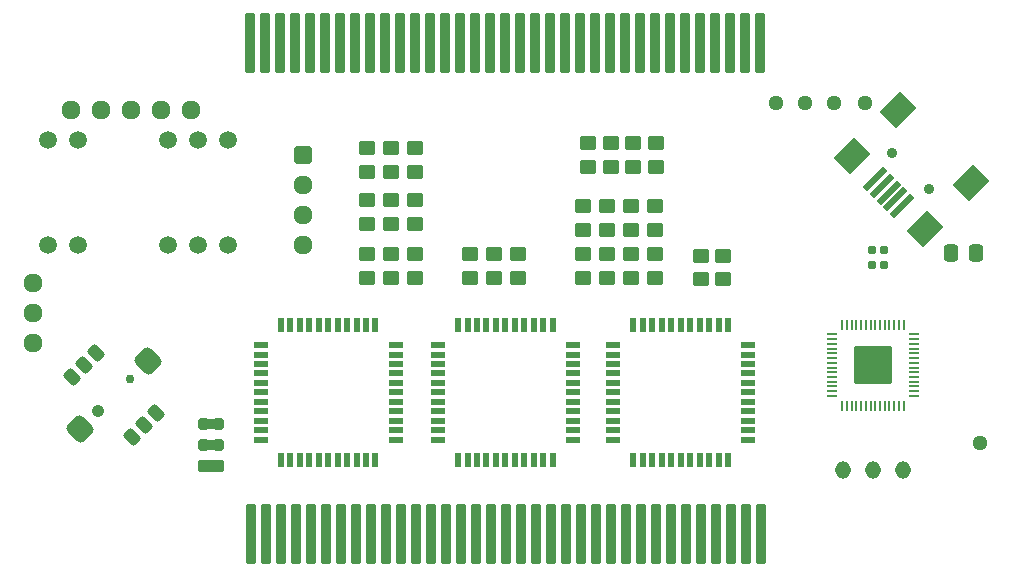
<source format=gbr>
%TF.GenerationSoftware,KiCad,Pcbnew,8.0.0*%
%TF.CreationDate,2024-02-28T09:47:00-08:00*%
%TF.ProjectId,SenseBarnacle,53656e73-6542-4617-926e-61636c652e6b,rev?*%
%TF.SameCoordinates,Original*%
%TF.FileFunction,Soldermask,Top*%
%TF.FilePolarity,Negative*%
%FSLAX46Y46*%
G04 Gerber Fmt 4.6, Leading zero omitted, Abs format (unit mm)*
G04 Created by KiCad (PCBNEW 8.0.0) date 2024-02-28 09:47:00*
%MOMM*%
%LPD*%
G01*
G04 APERTURE LIST*
G04 Aperture macros list*
%AMRoundRect*
0 Rectangle with rounded corners*
0 $1 Rounding radius*
0 $2 $3 $4 $5 $6 $7 $8 $9 X,Y pos of 4 corners*
0 Add a 4 corners polygon primitive as box body*
4,1,4,$2,$3,$4,$5,$6,$7,$8,$9,$2,$3,0*
0 Add four circle primitives for the rounded corners*
1,1,$1+$1,$2,$3*
1,1,$1+$1,$4,$5*
1,1,$1+$1,$6,$7*
1,1,$1+$1,$8,$9*
0 Add four rect primitives between the rounded corners*
20,1,$1+$1,$2,$3,$4,$5,0*
20,1,$1+$1,$4,$5,$6,$7,0*
20,1,$1+$1,$6,$7,$8,$9,0*
20,1,$1+$1,$8,$9,$2,$3,0*%
%AMRotRect*
0 Rectangle, with rotation*
0 The origin of the aperture is its center*
0 $1 length*
0 $2 width*
0 $3 Rotation angle, in degrees counterclockwise*
0 Add horizontal line*
21,1,$1,$2,0,0,$3*%
%AMFreePoly0*
4,1,13,0.500000,-0.500000,0.000000,-0.500000,-0.095671,-0.480970,-0.176777,-0.426777,-0.230970,-0.345671,-0.250000,-0.250000,-0.250000,0.250000,-0.230970,0.345671,-0.176777,0.426777,-0.095671,0.480970,0.000000,0.500000,0.500000,0.500000,0.500000,-0.500000,0.500000,-0.500000,$1*%
%AMFreePoly1*
4,1,24,0.508000,0.148282,1.300000,0.150000,1.329264,0.147118,1.383336,0.124720,1.424720,0.083336,1.447118,0.029264,1.447118,-0.029264,1.424720,-0.083336,1.383336,-0.124720,1.329264,-0.147118,0.508000,-0.148898,0.508000,-0.508000,0.000000,-0.508000,-0.097202,-0.488665,-0.179605,-0.433605,-0.234665,-0.351202,-0.254000,-0.254000,-0.254000,0.254000,-0.234665,0.351202,-0.179605,0.433605,
-0.097202,0.488665,0.000000,0.508000,0.508000,0.508000,0.508000,0.148282,0.508000,0.148282,$1*%
%AMFreePoly2*
4,1,13,0.508000,-0.508000,0.000000,-0.508000,-0.097202,-0.488665,-0.179605,-0.433605,-0.234665,-0.351202,-0.254000,-0.254000,-0.254000,0.254000,-0.234665,0.351202,-0.179605,0.433605,-0.097202,0.488665,0.000000,0.508000,0.508000,0.508000,0.508000,-0.508000,0.508000,-0.508000,$1*%
G04 Aperture macros list end*
%ADD10C,0.010000*%
%ADD11C,0.012700*%
%ADD12RoundRect,0.225000X-0.525000X-0.525000X0.525000X-0.525000X0.525000X0.525000X-0.525000X0.525000X0*%
%ADD13RoundRect,0.525000X-0.225000X-0.225000X0.225000X-0.225000X0.225000X0.225000X-0.225000X0.225000X0*%
%ADD14RoundRect,0.525000X-0.225000X0.225000X-0.225000X-0.225000X0.225000X-0.225000X0.225000X0.225000X0*%
%ADD15RoundRect,0.525000X0.225000X-0.225000X0.225000X0.225000X-0.225000X0.225000X-0.225000X-0.225000X0*%
%ADD16FreePoly0,0.000000*%
%ADD17FreePoly0,180.000000*%
%ADD18C,1.500000*%
%ADD19RoundRect,0.250000X-0.450000X0.350000X-0.450000X-0.350000X0.450000X-0.350000X0.450000X0.350000X0*%
%ADD20R,1.200000X0.500000*%
%ADD21R,0.500000X1.200000*%
%ADD22RoundRect,0.500000X0.100000X-0.100000X0.100000X0.100000X-0.100000X0.100000X-0.100000X-0.100000X0*%
%ADD23RoundRect,0.250000X0.450000X-0.350000X0.450000X0.350000X-0.450000X0.350000X-0.450000X-0.350000X0*%
%ADD24RoundRect,0.090000X0.360000X2.410000X-0.360000X2.410000X-0.360000X-2.410000X0.360000X-2.410000X0*%
%ADD25FreePoly1,0.000000*%
%ADD26FreePoly2,180.000000*%
%ADD27RoundRect,0.160000X-0.160000X0.197500X-0.160000X-0.197500X0.160000X-0.197500X0.160000X0.197500X0*%
%ADD28RoundRect,0.450000X-0.707107X0.070711X0.070711X-0.707107X0.707107X-0.070711X-0.070711X0.707107X0*%
%ADD29C,1.050000*%
%ADD30C,0.750000*%
%ADD31RoundRect,0.250000X-0.477297X0.123744X0.123744X-0.477297X0.477297X-0.123744X-0.123744X0.477297X0*%
%ADD32RoundRect,0.050000X-0.387500X-0.050000X0.387500X-0.050000X0.387500X0.050000X-0.387500X0.050000X0*%
%ADD33RoundRect,0.050000X-0.050000X-0.387500X0.050000X-0.387500X0.050000X0.387500X-0.050000X0.387500X0*%
%ADD34RoundRect,0.144000X-1.456000X-1.456000X1.456000X-1.456000X1.456000X1.456000X-1.456000X1.456000X0*%
%ADD35RoundRect,0.500000X-0.100000X0.100000X-0.100000X-0.100000X0.100000X-0.100000X0.100000X0.100000X0*%
%ADD36C,0.900000*%
%ADD37RotRect,0.500000X2.500000X135.000000*%
%ADD38RotRect,2.000000X2.500000X135.000000*%
%ADD39RoundRect,0.250000X-0.337500X-0.475000X0.337500X-0.475000X0.337500X0.475000X-0.337500X0.475000X0*%
%ADD40O,1.300000X1.500000*%
G04 APERTURE END LIST*
%TO.C,JP1*%
D10*
X50282599Y-52955000D02*
X50942999Y-52955000D01*
X50942999Y-53793200D01*
X50282599Y-53793200D01*
X50282599Y-52955000D01*
G36*
X50282599Y-52955000D02*
G01*
X50942999Y-52955000D01*
X50942999Y-53793200D01*
X50282599Y-53793200D01*
X50282599Y-52955000D01*
G37*
%TO.C,JP7*%
D11*
X50282599Y-56460200D02*
X50942999Y-56460200D01*
X50942999Y-57400000D01*
X50282599Y-57400000D01*
X50282599Y-56460200D01*
G36*
X50282599Y-56460200D02*
G01*
X50942999Y-56460200D01*
X50942999Y-57400000D01*
X50282599Y-57400000D01*
X50282599Y-56460200D01*
G37*
%TO.C,JP6*%
D10*
X50282599Y-54733000D02*
X50942999Y-54733000D01*
X50942999Y-55571200D01*
X50282599Y-55571200D01*
X50282599Y-54733000D01*
G36*
X50282599Y-54733000D02*
G01*
X50942999Y-54733000D01*
X50942999Y-55571200D01*
X50282599Y-55571200D01*
X50282599Y-54733000D01*
G37*
%TD*%
D12*
%TO.C,J5*%
X58410599Y-30648400D03*
D13*
X58410599Y-33188400D03*
X58410599Y-35728400D03*
X58410599Y-38268400D03*
%TD*%
D14*
%TO.C,J3*%
X38725599Y-26838400D03*
X41265599Y-26838400D03*
X43805599Y-26838400D03*
X46345599Y-26838400D03*
X48885599Y-26838400D03*
%TD*%
D15*
%TO.C,TP6*%
X35550599Y-46523400D03*
%TD*%
D16*
%TO.C,JP1*%
X49799999Y-53381400D03*
D17*
X51425599Y-53381400D03*
%TD*%
D18*
%TO.C,U5*%
X36795199Y-29403800D03*
X39335199Y-29403800D03*
X46955199Y-29403800D03*
X49495199Y-29403800D03*
X52035199Y-29403800D03*
%TD*%
D19*
%TO.C,R22*%
X74539599Y-39030400D03*
X74539599Y-41030400D03*
%TD*%
D15*
%TO.C,TP7*%
X35550599Y-43983400D03*
%TD*%
D20*
%TO.C,U15*%
X84689199Y-46734200D03*
X84689199Y-47534200D03*
X84689199Y-48334200D03*
X84689199Y-49134200D03*
X84689199Y-49934200D03*
X84689199Y-50734200D03*
X84689199Y-51534200D03*
X84689199Y-52334200D03*
X84689199Y-53134200D03*
X84689199Y-53934200D03*
X84689199Y-54734200D03*
D21*
X86389199Y-56434200D03*
X87189199Y-56434200D03*
X87989199Y-56434200D03*
X88789199Y-56434200D03*
X89589199Y-56434200D03*
X90389199Y-56434200D03*
X91189199Y-56434200D03*
X91989199Y-56434200D03*
X92789199Y-56434200D03*
X93589199Y-56434200D03*
X94389199Y-56434200D03*
D20*
X96089199Y-54734200D03*
X96089199Y-53934200D03*
X96089199Y-53134200D03*
X96089199Y-52334200D03*
X96089199Y-51534200D03*
X96089199Y-50734200D03*
X96089199Y-49934200D03*
X96089199Y-49134200D03*
X96089199Y-48334200D03*
X96089199Y-47534200D03*
X96089199Y-46734200D03*
D21*
X94389199Y-45034200D03*
X93589199Y-45034200D03*
X92789199Y-45034200D03*
X91989199Y-45034200D03*
X91189199Y-45034200D03*
X90389199Y-45034200D03*
X89589199Y-45034200D03*
X88789199Y-45034200D03*
X87989199Y-45034200D03*
X87189199Y-45034200D03*
X86389199Y-45034200D03*
%TD*%
D22*
%TO.C,TP3*%
X100890915Y-26203400D03*
%TD*%
D23*
%TO.C,R15*%
X86207600Y-36982400D03*
X86207600Y-34982400D03*
%TD*%
D24*
%TO.C,J6*%
X57750199Y-21123400D03*
X59020199Y-21123400D03*
X60290199Y-21123400D03*
X61560199Y-21123400D03*
X62830199Y-21123400D03*
X64100199Y-21123400D03*
X65370199Y-21123400D03*
X66640199Y-21123400D03*
X67910199Y-21123400D03*
X69180199Y-21123400D03*
X70450199Y-21123400D03*
X71720199Y-21123400D03*
X72990199Y-21123400D03*
X74260199Y-21123400D03*
X75530199Y-21123400D03*
X76800199Y-21123400D03*
X78070199Y-21123400D03*
X79340199Y-21123400D03*
X80610199Y-21123400D03*
X81880199Y-21123400D03*
X83150199Y-21123400D03*
X84420199Y-21123400D03*
X85690199Y-21123400D03*
X86960199Y-21123400D03*
X88230199Y-21123400D03*
X89500199Y-21123400D03*
X90770199Y-21123400D03*
X92040199Y-21123400D03*
X93310199Y-21123400D03*
X94580199Y-21123400D03*
X95850199Y-21123400D03*
X97120199Y-21123400D03*
X53940199Y-21123400D03*
X55210199Y-21123400D03*
X56480199Y-21123400D03*
%TD*%
D23*
%TO.C,R10*%
X82143600Y-41062400D03*
X82143600Y-39062400D03*
%TD*%
%TO.C,R17*%
X88239600Y-36982400D03*
X88239600Y-34982400D03*
%TD*%
%TO.C,R21*%
X63855600Y-32045400D03*
X63855600Y-30045400D03*
%TD*%
%TO.C,R39*%
X88255599Y-31648400D03*
X88255599Y-29648400D03*
%TD*%
%TO.C,R8*%
X65887600Y-36490400D03*
X65887600Y-34490400D03*
%TD*%
%TO.C,R41*%
X84445599Y-31648400D03*
X84445599Y-29648400D03*
%TD*%
D25*
%TO.C,JP7*%
X49799999Y-56930100D03*
D26*
X51425599Y-56930100D03*
%TD*%
D23*
%TO.C,R18*%
X67919600Y-36490400D03*
X67919600Y-34490400D03*
%TD*%
D22*
%TO.C,TP4*%
X98415599Y-26203400D03*
%TD*%
D23*
%TO.C,R11*%
X82143600Y-36966400D03*
X82143600Y-34966400D03*
%TD*%
D19*
%TO.C,R35*%
X93970599Y-39173400D03*
X93970599Y-41173400D03*
%TD*%
D23*
%TO.C,R14*%
X86207600Y-41046400D03*
X86207600Y-39046400D03*
%TD*%
D27*
%TO.C,R2*%
X107559599Y-38724400D03*
X107559599Y-39919400D03*
%TD*%
D23*
%TO.C,R25*%
X63855600Y-41030400D03*
X63855600Y-39030400D03*
%TD*%
%TO.C,R13*%
X84175600Y-36982400D03*
X84175600Y-34982400D03*
%TD*%
D22*
%TO.C,TP2*%
X103390915Y-26203400D03*
%TD*%
D15*
%TO.C,TP13*%
X35550599Y-41483400D03*
%TD*%
D28*
%TO.C,U4*%
X39544817Y-53832182D03*
D29*
X41047418Y-52329581D03*
D30*
X43769780Y-49607219D03*
D28*
X45272381Y-48104618D03*
D31*
X40888319Y-47432866D03*
X39880692Y-48440493D03*
X38873065Y-49448120D03*
X45944133Y-52488680D03*
X44936506Y-53496307D03*
X43928879Y-54503934D03*
%TD*%
D18*
%TO.C,U12*%
X36820599Y-38268400D03*
X39360599Y-38268400D03*
X46980599Y-38268400D03*
X49520599Y-38268400D03*
X52060599Y-38268400D03*
%TD*%
D20*
%TO.C,U13*%
X54844199Y-46734200D03*
X54844199Y-47534200D03*
X54844199Y-48334200D03*
X54844199Y-49134200D03*
X54844199Y-49934200D03*
X54844199Y-50734200D03*
X54844199Y-51534200D03*
X54844199Y-52334200D03*
X54844199Y-53134200D03*
X54844199Y-53934200D03*
X54844199Y-54734200D03*
D21*
X56544199Y-56434200D03*
X57344199Y-56434200D03*
X58144199Y-56434200D03*
X58944199Y-56434200D03*
X59744199Y-56434200D03*
X60544199Y-56434200D03*
X61344199Y-56434200D03*
X62144199Y-56434200D03*
X62944199Y-56434200D03*
X63744199Y-56434200D03*
X64544199Y-56434200D03*
D20*
X66244199Y-54734200D03*
X66244199Y-53934200D03*
X66244199Y-53134200D03*
X66244199Y-52334200D03*
X66244199Y-51534200D03*
X66244199Y-50734200D03*
X66244199Y-49934200D03*
X66244199Y-49134200D03*
X66244199Y-48334200D03*
X66244199Y-47534200D03*
X66244199Y-46734200D03*
D21*
X64544199Y-45034200D03*
X63744199Y-45034200D03*
X62944199Y-45034200D03*
X62144199Y-45034200D03*
X61344199Y-45034200D03*
X60544199Y-45034200D03*
X59744199Y-45034200D03*
X58944199Y-45034200D03*
X58144199Y-45034200D03*
X57344199Y-45034200D03*
X56544199Y-45034200D03*
%TD*%
D32*
%TO.C,U9*%
X103228099Y-45833400D03*
X103228099Y-46233400D03*
X103228099Y-46633400D03*
X103228099Y-47033400D03*
X103228099Y-47433400D03*
X103228099Y-47833400D03*
X103228099Y-48233400D03*
X103228099Y-48633400D03*
X103228099Y-49033400D03*
X103228099Y-49433400D03*
X103228099Y-49833400D03*
X103228099Y-50233400D03*
X103228099Y-50633400D03*
X103228099Y-51033400D03*
D33*
X104065599Y-51870900D03*
X104465599Y-51870900D03*
X104865599Y-51870900D03*
X105265599Y-51870900D03*
X105665599Y-51870900D03*
X106065599Y-51870900D03*
X106465599Y-51870900D03*
X106865599Y-51870900D03*
X107265599Y-51870900D03*
X107665599Y-51870900D03*
X108065599Y-51870900D03*
X108465599Y-51870900D03*
X108865599Y-51870900D03*
X109265599Y-51870900D03*
D32*
X110103099Y-51033400D03*
X110103099Y-50633400D03*
X110103099Y-50233400D03*
X110103099Y-49833400D03*
X110103099Y-49433400D03*
X110103099Y-49033400D03*
X110103099Y-48633400D03*
X110103099Y-48233400D03*
X110103099Y-47833400D03*
X110103099Y-47433400D03*
X110103099Y-47033400D03*
X110103099Y-46633400D03*
X110103099Y-46233400D03*
X110103099Y-45833400D03*
D33*
X109265599Y-44995900D03*
X108865599Y-44995900D03*
X108465599Y-44995900D03*
X108065599Y-44995900D03*
X107665599Y-44995900D03*
X107265599Y-44995900D03*
X106865599Y-44995900D03*
X106465599Y-44995900D03*
X106065599Y-44995900D03*
X105665599Y-44995900D03*
X105265599Y-44995900D03*
X104865599Y-44995900D03*
X104465599Y-44995900D03*
X104065599Y-44995900D03*
D34*
X106665599Y-48433400D03*
%TD*%
D23*
%TO.C,R26*%
X67919600Y-41046400D03*
X67919600Y-39046400D03*
%TD*%
%TO.C,R40*%
X86350599Y-31648400D03*
X86350599Y-29648400D03*
%TD*%
D16*
%TO.C,JP6*%
X49799999Y-55159400D03*
D17*
X51425599Y-55159400D03*
%TD*%
D23*
%TO.C,R20*%
X63855600Y-36490400D03*
X63855600Y-34490400D03*
%TD*%
D35*
%TO.C,TP16*%
X115687599Y-55057800D03*
%TD*%
D27*
%TO.C,R1*%
X106543599Y-38724400D03*
X106543599Y-39919400D03*
%TD*%
D20*
%TO.C,U14*%
X69840599Y-46734200D03*
X69840599Y-47534200D03*
X69840599Y-48334200D03*
X69840599Y-49134200D03*
X69840599Y-49934200D03*
X69840599Y-50734200D03*
X69840599Y-51534200D03*
X69840599Y-52334200D03*
X69840599Y-53134200D03*
X69840599Y-53934200D03*
X69840599Y-54734200D03*
D21*
X71540599Y-56434200D03*
X72340599Y-56434200D03*
X73140599Y-56434200D03*
X73940599Y-56434200D03*
X74740599Y-56434200D03*
X75540599Y-56434200D03*
X76340599Y-56434200D03*
X77140599Y-56434200D03*
X77940599Y-56434200D03*
X78740599Y-56434200D03*
X79540599Y-56434200D03*
D20*
X81240599Y-54734200D03*
X81240599Y-53934200D03*
X81240599Y-53134200D03*
X81240599Y-52334200D03*
X81240599Y-51534200D03*
X81240599Y-50734200D03*
X81240599Y-49934200D03*
X81240599Y-49134200D03*
X81240599Y-48334200D03*
X81240599Y-47534200D03*
X81240599Y-46734200D03*
D21*
X79540599Y-45034200D03*
X78740599Y-45034200D03*
X77940599Y-45034200D03*
X77140599Y-45034200D03*
X76340599Y-45034200D03*
X75540599Y-45034200D03*
X74740599Y-45034200D03*
X73940599Y-45034200D03*
X73140599Y-45034200D03*
X72340599Y-45034200D03*
X71540599Y-45034200D03*
%TD*%
D36*
%TO.C,J1*%
X111394458Y-33545812D03*
X108283188Y-30434542D03*
D37*
X109131716Y-34960025D03*
X108566031Y-34394340D03*
X108000345Y-33828655D03*
X107434660Y-33262969D03*
X106868975Y-32697284D03*
D38*
X111111615Y-36939924D03*
X115000703Y-33050837D03*
X104889076Y-30717385D03*
X108778163Y-26828297D03*
%TD*%
D23*
%TO.C,R42*%
X82540599Y-31648400D03*
X82540599Y-29648400D03*
%TD*%
D19*
%TO.C,R23*%
X72507599Y-39030400D03*
X72507599Y-41030400D03*
%TD*%
D22*
%TO.C,TP1*%
X105970915Y-26203400D03*
%TD*%
D24*
%TO.C,J7*%
X57775599Y-62703200D03*
X59045599Y-62703200D03*
X60315599Y-62703200D03*
X61585599Y-62703200D03*
X62855599Y-62703200D03*
X64125599Y-62703200D03*
X65395599Y-62703200D03*
X66665599Y-62703200D03*
X67935599Y-62703200D03*
X69205599Y-62703200D03*
X70475599Y-62703200D03*
X71745599Y-62703200D03*
X73015599Y-62703200D03*
X74285599Y-62703200D03*
X75555599Y-62703200D03*
X76825599Y-62703200D03*
X78095599Y-62703200D03*
X79365599Y-62703200D03*
X80635599Y-62703200D03*
X81905599Y-62703200D03*
X83175599Y-62703200D03*
X84445599Y-62703200D03*
X85715599Y-62703200D03*
X86985599Y-62703200D03*
X88255599Y-62703200D03*
X89525599Y-62703200D03*
X90795599Y-62703200D03*
X92065599Y-62703200D03*
X93335599Y-62703200D03*
X94605599Y-62703200D03*
X95875599Y-62703200D03*
X97145599Y-62703200D03*
X53965599Y-62703200D03*
X55235599Y-62703200D03*
X56505599Y-62703200D03*
%TD*%
D23*
%TO.C,R9*%
X65887600Y-32045400D03*
X65887600Y-30045400D03*
%TD*%
D39*
%TO.C,C1*%
X113313300Y-38903400D03*
X115388300Y-38903400D03*
%TD*%
D23*
%TO.C,R12*%
X84175600Y-41046400D03*
X84175600Y-39046400D03*
%TD*%
D19*
%TO.C,R24*%
X76571599Y-39030400D03*
X76571599Y-41030400D03*
%TD*%
D23*
%TO.C,R3*%
X65887600Y-41030400D03*
X65887600Y-39030400D03*
%TD*%
D19*
%TO.C,R36*%
X92065599Y-39173400D03*
X92065599Y-41173400D03*
%TD*%
D23*
%TO.C,R19*%
X67919600Y-32045400D03*
X67919600Y-30045400D03*
%TD*%
D40*
%TO.C,J2*%
X104130599Y-57318400D03*
X106670599Y-57318400D03*
X109210599Y-57318400D03*
%TD*%
D23*
%TO.C,R16*%
X88239600Y-41046400D03*
X88239600Y-39046400D03*
%TD*%
M02*

</source>
